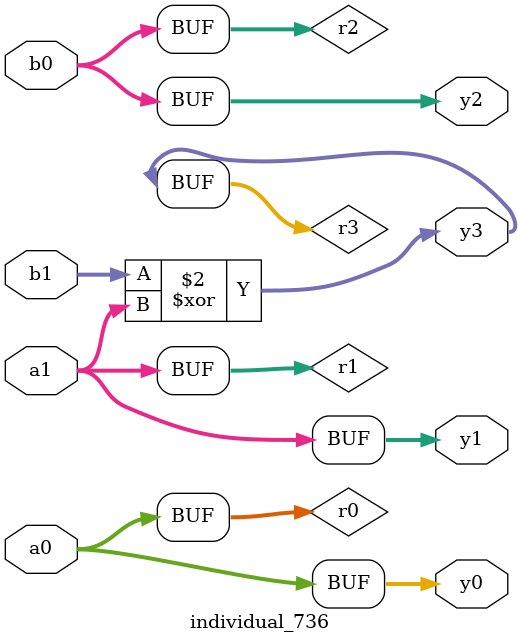
<source format=sv>
module individual_736(input logic [15:0] a1, input logic [15:0] a0, input logic [15:0] b1, input logic [15:0] b0, output logic [15:0] y3, output logic [15:0] y2, output logic [15:0] y1, output logic [15:0] y0);
logic [15:0] r0, r1, r2, r3; 
 always@(*) begin 
	 r0 = a0; r1 = a1; r2 = b0; r3 = b1; 
 	 r3  ^=  r1 ;
 	 y3 = r3; y2 = r2; y1 = r1; y0 = r0; 
end
endmodule
</source>
